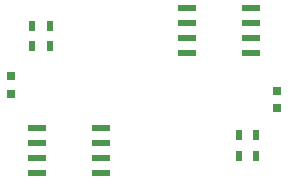
<source format=gbr>
G04 #@! TF.FileFunction,Paste,Bot*
%FSLAX46Y46*%
G04 Gerber Fmt 4.6, Leading zero omitted, Abs format (unit mm)*
G04 Created by KiCad (PCBNEW 4.0.7) date Wed Jun 13 11:36:42 2018*
%MOMM*%
%LPD*%
G01*
G04 APERTURE LIST*
%ADD10C,0.100000*%
%ADD11R,0.750000X0.800000*%
%ADD12R,0.500000X0.900000*%
%ADD13R,1.550000X0.600000*%
G04 APERTURE END LIST*
D10*
D11*
X14150000Y12680000D03*
X14150000Y11180000D03*
X36650000Y9930000D03*
X36650000Y11430000D03*
D12*
X15900000Y15180000D03*
X17400000Y15180000D03*
X17400000Y16930000D03*
X15900000Y16930000D03*
X34900000Y7680000D03*
X33400000Y7680000D03*
X33400000Y5930000D03*
X34900000Y5930000D03*
D13*
X21750000Y8255000D03*
X21750000Y6985000D03*
X21750000Y5715000D03*
X21750000Y4445000D03*
X16350000Y4445000D03*
X16350000Y5715000D03*
X16350000Y6985000D03*
X16350000Y8255000D03*
X29050000Y14605000D03*
X29050000Y15875000D03*
X29050000Y17145000D03*
X29050000Y18415000D03*
X34450000Y18415000D03*
X34450000Y17145000D03*
X34450000Y15875000D03*
X34450000Y14605000D03*
M02*

</source>
